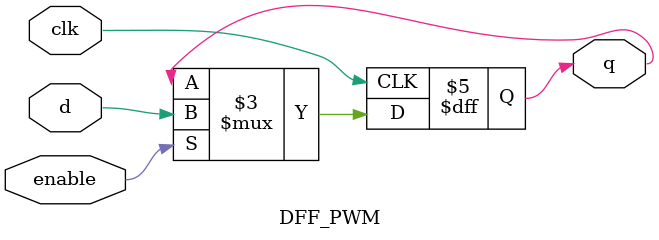
<source format=v>
module PWM_Generator( input clock, decr_duty,incr_duty,
	output PWM_Out);
	
	wire slow_clock_enable;
	reg counter_debounce=0;
	wire tff1,tff2,incre;
	wire tff3,tff4,decre;
	reg [3:0] freq_counter=0;
	reg [3:0] DUTY_CYCLE=5;
	
	always@(posedge clock)begin
	 counter_debounce<=counter_debounce+1;
	 if (counter_debounce>=1) 
		counter_debounce<=0;
	 
	end
	
	assign slow_clock_enable=(counter_debounce==1)? 1:0;
	
	DFF_PWM ff1(clock,slow_clock_enable,incr_duty,tff1);
	DFF_PWM ff2(clock,slow_clock_enable,tff1,tff2);
	assign incre=slow_clock_enable & tff1 &(~tff2);
	
	DFF_PWM ff3(clock,slow_clock_enable,decr_duty,tff3);
	DFF_PWM ff4(clock,slow_clock_enable,tff3,tff4);
	assign decre=slow_clock_enable & tff3 &(~tff4);
	
	always@(posedge clock)begin
		freq_counter<=freq_counter+1;
		if (freq_counter>=9)
			freq_counter<=0;
	end
	
	always@(posedge clock)begin
		if (incre==1 && DUTY_CYCLE<=9)
			DUTY_CYCLE<=DUTY_CYCLE+1;
		else if(decre==1 && DUTY_CYCLE>=1)
			DUTY_CYCLE<=DUTY_CYCLE-1;
	end
	
	assign PWM_Out=(freq_counter < DUTY_CYCLE)? 1:0;
	
	endmodule

	
module DFF_PWM(input clk,enable,d,
	 output reg q);
	 
	 always@(posedge clk)begin
		if (enable==1)
			q<=d;
	 end		
endmodule

</source>
